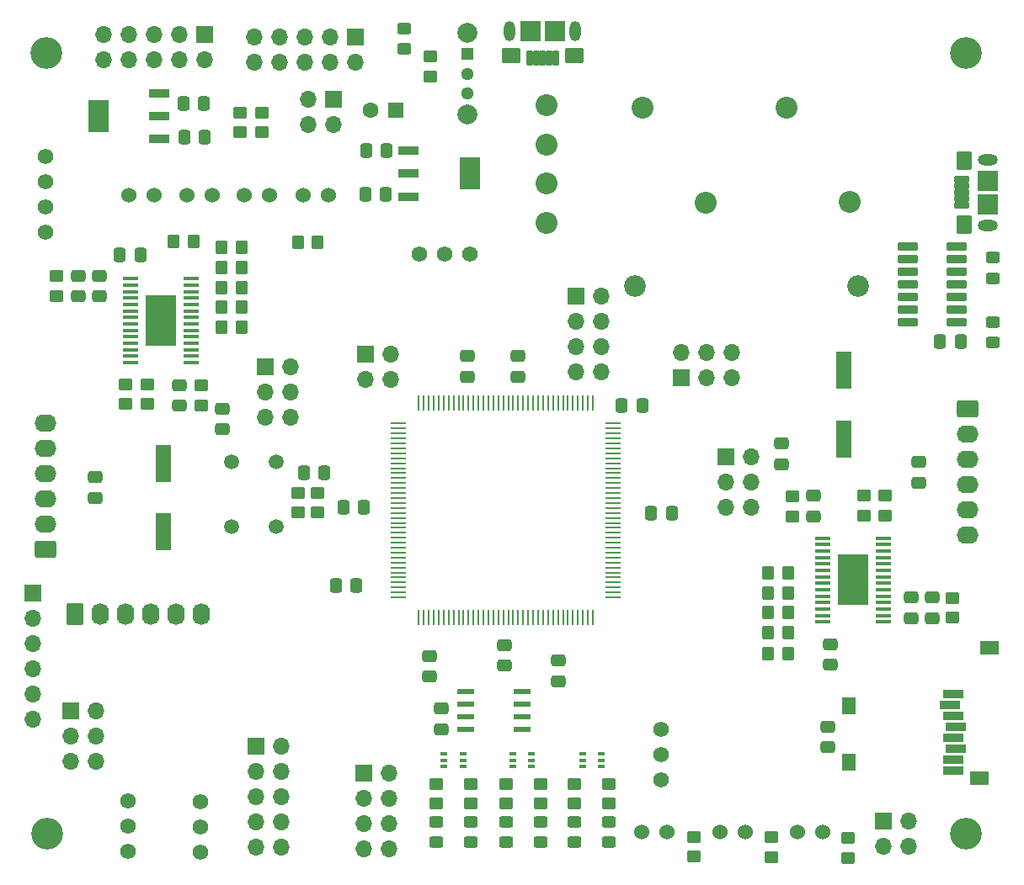
<source format=gbr>
%TF.GenerationSoftware,KiCad,Pcbnew,9.0.2*%
%TF.CreationDate,2025-06-11T14:24:19-07:00*%
%TF.ProjectId,MainBoard,4d61696e-426f-4617-9264-2e6b69636164,0.3*%
%TF.SameCoordinates,Original*%
%TF.FileFunction,Soldermask,Top*%
%TF.FilePolarity,Negative*%
%FSLAX46Y46*%
G04 Gerber Fmt 4.6, Leading zero omitted, Abs format (unit mm)*
G04 Created by KiCad (PCBNEW 9.0.2) date 2025-06-11 14:24:19*
%MOMM*%
%LPD*%
G01*
G04 APERTURE LIST*
G04 Aperture macros list*
%AMRoundRect*
0 Rectangle with rounded corners*
0 $1 Rounding radius*
0 $2 $3 $4 $5 $6 $7 $8 $9 X,Y pos of 4 corners*
0 Add a 4 corners polygon primitive as box body*
4,1,4,$2,$3,$4,$5,$6,$7,$8,$9,$2,$3,0*
0 Add four circle primitives for the rounded corners*
1,1,$1+$1,$2,$3*
1,1,$1+$1,$4,$5*
1,1,$1+$1,$6,$7*
1,1,$1+$1,$8,$9*
0 Add four rect primitives between the rounded corners*
20,1,$1+$1,$2,$3,$4,$5,0*
20,1,$1+$1,$4,$5,$6,$7,0*
20,1,$1+$1,$6,$7,$8,$9,0*
20,1,$1+$1,$8,$9,$2,$3,0*%
G04 Aperture macros list end*
%ADD10RoundRect,0.250000X0.450000X-0.325000X0.450000X0.325000X-0.450000X0.325000X-0.450000X-0.325000X0*%
%ADD11C,1.524000*%
%ADD12RoundRect,0.250000X-0.475000X0.337500X-0.475000X-0.337500X0.475000X-0.337500X0.475000X0.337500X0*%
%ADD13RoundRect,0.250000X0.450000X-0.350000X0.450000X0.350000X-0.450000X0.350000X-0.450000X-0.350000X0*%
%ADD14RoundRect,0.250000X0.337500X0.475000X-0.337500X0.475000X-0.337500X-0.475000X0.337500X-0.475000X0*%
%ADD15RoundRect,0.250000X0.475000X-0.337500X0.475000X0.337500X-0.475000X0.337500X-0.475000X-0.337500X0*%
%ADD16RoundRect,0.250000X-0.350000X-0.450000X0.350000X-0.450000X0.350000X0.450000X-0.350000X0.450000X0*%
%ADD17RoundRect,0.250000X-0.845000X0.620000X-0.845000X-0.620000X0.845000X-0.620000X0.845000X0.620000X0*%
%ADD18O,2.190000X1.740000*%
%ADD19C,1.574800*%
%ADD20C,3.200000*%
%ADD21RoundRect,0.250000X0.845000X-0.620000X0.845000X0.620000X-0.845000X0.620000X-0.845000X-0.620000X0*%
%ADD22R,1.700000X1.700000*%
%ADD23O,1.700000X1.700000*%
%ADD24R,0.650000X0.400000*%
%ADD25RoundRect,0.250000X-0.450000X0.350000X-0.450000X-0.350000X0.450000X-0.350000X0.450000X0.350000X0*%
%ADD26RoundRect,0.250000X0.350000X0.450000X-0.350000X0.450000X-0.350000X-0.450000X0.350000X-0.450000X0*%
%ADD27R,1.599999X0.449999*%
%ADD28C,0.600000*%
%ADD29R,3.099999X5.180000*%
%ADD30RoundRect,0.120600X0.936400X0.281400X-0.936400X0.281400X-0.936400X-0.281400X0.936400X-0.281400X0*%
%ADD31R,1.295400X1.295400*%
%ADD32C,1.295400*%
%ADD33C,2.000000*%
%ADD34RoundRect,0.250000X-0.450000X0.325000X-0.450000X-0.325000X0.450000X-0.325000X0.450000X0.325000X0*%
%ADD35RoundRect,0.250000X-0.620000X-0.845000X0.620000X-0.845000X0.620000X0.845000X-0.620000X0.845000X0*%
%ADD36O,1.740000X2.190000*%
%ADD37R,1.562100X0.279400*%
%ADD38R,0.279400X1.562100*%
%ADD39R,1.600200X3.810000*%
%ADD40R,2.066000X0.901600*%
%ADD41R,2.066000X3.201599*%
%ADD42R,1.663700X0.533400*%
%ADD43RoundRect,0.102000X0.675000X-0.200000X0.675000X0.200000X-0.675000X0.200000X-0.675000X-0.200000X0*%
%ADD44RoundRect,0.102000X0.700000X-0.800000X0.700000X0.800000X-0.700000X0.800000X-0.700000X-0.800000X0*%
%ADD45RoundRect,0.102000X0.950000X-0.950000X0.950000X0.950000X-0.950000X0.950000X-0.950000X-0.950000X0*%
%ADD46O,2.004000X1.104000*%
%ADD47C,1.507998*%
%ADD48C,2.209800*%
%ADD49RoundRect,0.250000X-0.337500X-0.475000X0.337500X-0.475000X0.337500X0.475000X-0.337500X0.475000X0*%
%ADD50R,1.600000X1.600000*%
%ADD51C,1.600000*%
%ADD52RoundRect,0.102000X0.200000X0.675000X-0.200000X0.675000X-0.200000X-0.675000X0.200000X-0.675000X0*%
%ADD53RoundRect,0.102000X0.800000X0.700000X-0.800000X0.700000X-0.800000X-0.700000X0.800000X-0.700000X0*%
%ADD54RoundRect,0.102000X0.950000X0.950000X-0.950000X0.950000X-0.950000X-0.950000X0.950000X-0.950000X0*%
%ADD55O,1.104000X2.004000*%
%ADD56C,2.184000*%
%ADD57R,1.397000X1.803400*%
%ADD58R,1.905000X1.397000*%
%ADD59R,2.006600X0.812800*%
G04 APERTURE END LIST*
D10*
%TO.C,D5*%
X215400000Y-165400000D03*
X215400000Y-163350000D03*
%TD*%
D11*
%TO.C,SW8*%
X189060000Y-100300000D03*
X191600000Y-100300000D03*
%TD*%
D12*
%TO.C,C10*%
X207700000Y-146662500D03*
X207700000Y-148737500D03*
%TD*%
D13*
%TO.C,R29*%
X253500000Y-132500000D03*
X253500000Y-130500000D03*
%TD*%
D14*
%TO.C,C13*%
X203337500Y-100200000D03*
X201262500Y-100200000D03*
%TD*%
%TO.C,C3*%
X200400000Y-139550000D03*
X198325000Y-139550000D03*
%TD*%
D12*
%TO.C,C36*%
X208900000Y-151925000D03*
X208900000Y-154000000D03*
%TD*%
%TO.C,C28*%
X256925000Y-127117500D03*
X256925000Y-129192500D03*
%TD*%
D15*
%TO.C,C7*%
X216600000Y-118537500D03*
X216600000Y-116462500D03*
%TD*%
D12*
%TO.C,C6*%
X211500000Y-116462500D03*
X211500000Y-118537500D03*
%TD*%
D16*
%TO.C,R33*%
X241800000Y-144300000D03*
X243800000Y-144300000D03*
%TD*%
D17*
%TO.C,U11*%
X261800000Y-121800000D03*
D18*
X261800000Y-124340000D03*
X261800000Y-126880000D03*
X261800000Y-129420000D03*
X261800000Y-131960000D03*
X261800000Y-134500000D03*
%TD*%
D19*
%TO.C,J15*%
X177450000Y-166350000D03*
X177450000Y-163810000D03*
X177450000Y-161270000D03*
%TD*%
D20*
%TO.C,H2*%
X261700000Y-86000000D03*
%TD*%
D21*
%TO.C,U12*%
X169100000Y-135890000D03*
D18*
X169100000Y-133350000D03*
X169100000Y-130810000D03*
X169100000Y-128270000D03*
X169100000Y-125730000D03*
X169100000Y-123190000D03*
%TD*%
D22*
%TO.C,J1*%
X167850000Y-140300000D03*
D23*
X167850000Y-142840000D03*
X167850000Y-145380000D03*
X167850000Y-147920000D03*
X167850000Y-150460000D03*
X167850000Y-153000000D03*
%TD*%
D12*
%TO.C,C32*%
X243100000Y-125262500D03*
X243100000Y-127337500D03*
%TD*%
D22*
%TO.C,J18*%
X253360000Y-163300000D03*
D23*
X255900000Y-163300000D03*
X253360000Y-165840000D03*
X255900000Y-165840000D03*
%TD*%
D24*
%TO.C,U6*%
X218000000Y-157800000D03*
X218000000Y-157150000D03*
X218000000Y-156500000D03*
X216100000Y-156500000D03*
X216100000Y-157150000D03*
X216100000Y-157800000D03*
%TD*%
D13*
%TO.C,R12*%
X242100128Y-166875000D03*
X242100128Y-164875000D03*
%TD*%
D19*
%TO.C,J14*%
X184673800Y-166390000D03*
X184673800Y-163850000D03*
X184673800Y-161310000D03*
%TD*%
D22*
%TO.C,J3*%
X200300000Y-84360000D03*
D23*
X200300000Y-86900000D03*
X197760000Y-84360000D03*
X197760000Y-86900000D03*
X195220000Y-84360000D03*
X195220000Y-86900000D03*
X192680000Y-84360000D03*
X192680000Y-86900000D03*
X190140000Y-84360000D03*
X190140000Y-86900000D03*
%TD*%
D12*
%TO.C,C31*%
X256131250Y-140762500D03*
X256131250Y-142837500D03*
%TD*%
D15*
%TO.C,C23*%
X174500000Y-110437500D03*
X174500000Y-108362500D03*
%TD*%
D25*
%TO.C,R28*%
X251400000Y-130500000D03*
X251400000Y-132500000D03*
%TD*%
D15*
%TO.C,C9*%
X215250000Y-147637500D03*
X215250000Y-145562500D03*
%TD*%
D26*
%TO.C,R40*%
X184000000Y-104900000D03*
X182000000Y-104900000D03*
%TD*%
D27*
%TO.C,U10*%
X177650001Y-108674999D03*
X177650001Y-109325000D03*
X177650001Y-109974999D03*
X177650001Y-110625000D03*
X177650001Y-111274998D03*
X177650001Y-111925000D03*
X177650001Y-112574998D03*
X177650001Y-113225000D03*
X177650001Y-113874998D03*
X177650001Y-114525000D03*
X177650001Y-115174998D03*
X177650001Y-115824999D03*
X177650001Y-116474998D03*
X177650001Y-117124999D03*
X183750002Y-117124999D03*
X183750002Y-116474998D03*
X183750002Y-115824999D03*
X183750002Y-115174998D03*
X183750002Y-114525000D03*
X183750002Y-113874998D03*
X183750002Y-113225000D03*
X183750002Y-112574998D03*
X183750002Y-111925000D03*
X183750002Y-111274998D03*
X183750002Y-110625000D03*
X183750002Y-109974999D03*
X183750002Y-109325000D03*
X183750002Y-108674999D03*
D28*
X179600000Y-111799999D03*
X179600000Y-112899999D03*
X179600000Y-113999999D03*
X179600000Y-115100000D03*
X179620000Y-110779999D03*
X180700000Y-110779999D03*
D29*
X180700000Y-112899999D03*
D28*
X180700000Y-115100000D03*
X180700003Y-111799999D03*
X180700003Y-112899999D03*
X180700003Y-113999999D03*
X181760000Y-110779999D03*
X181800000Y-111799999D03*
X181800000Y-112899999D03*
X181800000Y-113999999D03*
X181800000Y-115100000D03*
%TD*%
D25*
%TO.C,R5*%
X208400000Y-159500000D03*
X208400000Y-161500000D03*
%TD*%
D22*
%TO.C,J21*%
X233010000Y-118650000D03*
D23*
X233010000Y-116110000D03*
X235550000Y-118650000D03*
X235550000Y-116110000D03*
X238090000Y-118650000D03*
X238090000Y-116110000D03*
%TD*%
D10*
%TO.C,D2*%
X211900000Y-165400000D03*
X211900000Y-163350000D03*
%TD*%
D30*
%TO.C,U9*%
X260700000Y-113070000D03*
X260700000Y-111800000D03*
X260700000Y-110530000D03*
X260700000Y-109260000D03*
X260700000Y-107990000D03*
X260700000Y-106720000D03*
X260700000Y-105450000D03*
X255780000Y-105450000D03*
X255780000Y-106720000D03*
X255780000Y-107990000D03*
X255780000Y-109260000D03*
X255780000Y-110530000D03*
X255780000Y-111800000D03*
X255780000Y-113070000D03*
%TD*%
D15*
%TO.C,C8*%
X220700000Y-149168750D03*
X220700000Y-147093750D03*
%TD*%
D25*
%TO.C,R35*%
X260331250Y-140800000D03*
X260331250Y-142800000D03*
%TD*%
D26*
%TO.C,R22*%
X188850000Y-109550000D03*
X186850000Y-109550000D03*
%TD*%
D22*
%TO.C,J19*%
X237510000Y-126560000D03*
D23*
X240050000Y-126560000D03*
X237510000Y-129100000D03*
X240050000Y-129100000D03*
X237510000Y-131640000D03*
X240050000Y-131640000D03*
%TD*%
D31*
%TO.C,SW2*%
X211550000Y-86049999D03*
D32*
X211550000Y-88050000D03*
X211550000Y-90050001D03*
D33*
X211550000Y-83949999D03*
X211550000Y-92150000D03*
%TD*%
D10*
%TO.C,D3*%
X208400000Y-165400000D03*
X208400000Y-163350000D03*
%TD*%
D25*
%TO.C,R6*%
X218900000Y-159500000D03*
X218900000Y-161500000D03*
%TD*%
D27*
%TO.C,U13*%
X253349999Y-143224999D03*
X253349999Y-142574998D03*
X253349999Y-141924999D03*
X253349999Y-141274998D03*
X253349999Y-140625000D03*
X253349999Y-139974998D03*
X253349999Y-139325000D03*
X253349999Y-138674998D03*
X253349999Y-138025000D03*
X253349999Y-137374998D03*
X253349999Y-136725000D03*
X253349999Y-136074999D03*
X253349999Y-135425000D03*
X253349999Y-134774999D03*
X247249998Y-134774999D03*
X247249998Y-135425000D03*
X247249998Y-136074999D03*
X247249998Y-136725000D03*
X247249998Y-137374998D03*
X247249998Y-138025000D03*
X247249998Y-138674998D03*
X247249998Y-139325000D03*
X247249998Y-139974998D03*
X247249998Y-140625000D03*
X247249998Y-141274998D03*
X247249998Y-141924999D03*
X247249998Y-142574998D03*
X247249998Y-143224999D03*
D28*
X251400000Y-140099999D03*
X251400000Y-138999999D03*
X251400000Y-137899999D03*
X251400000Y-136799998D03*
X251380000Y-141119999D03*
X250300000Y-141119999D03*
D29*
X250300000Y-138999999D03*
D28*
X250300000Y-136799998D03*
X250299997Y-140099999D03*
X250299997Y-138999999D03*
X250299997Y-137899999D03*
X249240000Y-141119999D03*
X249200000Y-140099999D03*
X249200000Y-138999999D03*
X249200000Y-137899999D03*
X249200000Y-136799998D03*
%TD*%
D34*
%TO.C,D1*%
X205200000Y-83475000D03*
X205200000Y-85525000D03*
%TD*%
D12*
%TO.C,C29*%
X248000000Y-145462500D03*
X248000000Y-147537500D03*
%TD*%
D24*
%TO.C,U7*%
X225000000Y-157800000D03*
X225000000Y-157150000D03*
X225000000Y-156500000D03*
X223100000Y-156500000D03*
X223100000Y-157150000D03*
X223100000Y-157800000D03*
%TD*%
D16*
%TO.C,R30*%
X241800000Y-138300000D03*
X243800000Y-138300000D03*
%TD*%
D25*
%TO.C,R1*%
X194500000Y-130200000D03*
X194500000Y-132200000D03*
%TD*%
D13*
%TO.C,R25*%
X170200000Y-110400000D03*
X170200000Y-108400000D03*
%TD*%
D35*
%TO.C,J20*%
X172055000Y-142450000D03*
D36*
X174595000Y-142450000D03*
X177135000Y-142450000D03*
X179675000Y-142450000D03*
X182215000Y-142450000D03*
X184755000Y-142450000D03*
%TD*%
D22*
%TO.C,J8*%
X201160000Y-158430000D03*
D23*
X203700000Y-158430000D03*
X201160000Y-160970000D03*
X203700000Y-160970000D03*
X201160000Y-163510000D03*
X203700000Y-163510000D03*
X201160000Y-166050000D03*
X203700000Y-166050000D03*
%TD*%
D22*
%TO.C,J2*%
X185140000Y-84060000D03*
D23*
X185140000Y-86600000D03*
X182600000Y-84060000D03*
X182600000Y-86600000D03*
X180060000Y-84060000D03*
X180060000Y-86600000D03*
X177520000Y-84060000D03*
X177520000Y-86600000D03*
X174980000Y-84060000D03*
X174980000Y-86600000D03*
%TD*%
D16*
%TO.C,R32*%
X241800000Y-142300000D03*
X243800000Y-142300000D03*
%TD*%
D25*
%TO.C,R7*%
X215400000Y-159500000D03*
X215400000Y-161500000D03*
%TD*%
D19*
%TO.C,D11*%
X206720000Y-106200000D03*
X209260000Y-106200000D03*
X211800000Y-106200000D03*
%TD*%
D22*
%TO.C,J23*%
X171660000Y-152150000D03*
D23*
X174200000Y-152150000D03*
X171660000Y-154690000D03*
X174200000Y-154690000D03*
X171660000Y-157230000D03*
X174200000Y-157230000D03*
%TD*%
D34*
%TO.C,D10*%
X264400000Y-113075000D03*
X264400000Y-115125000D03*
%TD*%
D11*
%TO.C,SW6*%
X231610128Y-164351200D03*
X229070128Y-164351200D03*
%TD*%
D37*
%TO.C,U1*%
X204624050Y-123250000D03*
X204624050Y-123749999D03*
X204624050Y-124250000D03*
X204624050Y-124749999D03*
X204624050Y-125250001D03*
X204624050Y-125750000D03*
X204624050Y-126249999D03*
X204624050Y-126750000D03*
X204624050Y-127249999D03*
X204624050Y-127750001D03*
X204624050Y-128250000D03*
X204624050Y-128749999D03*
X204624050Y-129250000D03*
X204624050Y-129749999D03*
X204624050Y-130250001D03*
X204624050Y-130750000D03*
X204624050Y-131249999D03*
X204624050Y-131750000D03*
X204624050Y-132250000D03*
X204624050Y-132749998D03*
X204624050Y-133250000D03*
X204624050Y-133749999D03*
X204624050Y-134250001D03*
X204624050Y-134750000D03*
X204624050Y-135249999D03*
X204624050Y-135750000D03*
X204624050Y-136249999D03*
X204624050Y-136750001D03*
X204624050Y-137250000D03*
X204624050Y-137749999D03*
X204624050Y-138250000D03*
X204624050Y-138749999D03*
X204624050Y-139250001D03*
X204624050Y-139750000D03*
X204624050Y-140249999D03*
X204624050Y-140750000D03*
D38*
X206650000Y-142775950D03*
X207149999Y-142775950D03*
X207650000Y-142775950D03*
X208149999Y-142775950D03*
X208650001Y-142775950D03*
X209150000Y-142775950D03*
X209649999Y-142775950D03*
X210150000Y-142775950D03*
X210649999Y-142775950D03*
X211150001Y-142775950D03*
X211650000Y-142775950D03*
X212149999Y-142775950D03*
X212650000Y-142775950D03*
X213149999Y-142775950D03*
X213650001Y-142775950D03*
X214150000Y-142775950D03*
X214649999Y-142775950D03*
X215150000Y-142775950D03*
X215650000Y-142775950D03*
X216150001Y-142775950D03*
X216650000Y-142775950D03*
X217149999Y-142775950D03*
X217650001Y-142775950D03*
X218150000Y-142775950D03*
X218650001Y-142775950D03*
X219150000Y-142775950D03*
X219649999Y-142775950D03*
X220150001Y-142775950D03*
X220650000Y-142775950D03*
X221150001Y-142775950D03*
X221650000Y-142775950D03*
X222149999Y-142775950D03*
X222650001Y-142775950D03*
X223150000Y-142775950D03*
X223650001Y-142775950D03*
X224150000Y-142775950D03*
D37*
X226175950Y-140750000D03*
X226175950Y-140250001D03*
X226175950Y-139750000D03*
X226175950Y-139250001D03*
X226175950Y-138749999D03*
X226175950Y-138250000D03*
X226175950Y-137750001D03*
X226175950Y-137250000D03*
X226175950Y-136750001D03*
X226175950Y-136249999D03*
X226175950Y-135750000D03*
X226175950Y-135250001D03*
X226175950Y-134750000D03*
X226175950Y-134250001D03*
X226175950Y-133749999D03*
X226175950Y-133250000D03*
X226175950Y-132750001D03*
X226175950Y-132250000D03*
X226175950Y-131750000D03*
X226175950Y-131249999D03*
X226175950Y-130750000D03*
X226175950Y-130250001D03*
X226175950Y-129749999D03*
X226175950Y-129250000D03*
X226175950Y-128749999D03*
X226175950Y-128250000D03*
X226175950Y-127750001D03*
X226175950Y-127249999D03*
X226175950Y-126750000D03*
X226175950Y-126249999D03*
X226175950Y-125750000D03*
X226175950Y-125250001D03*
X226175950Y-124749999D03*
X226175950Y-124250000D03*
X226175950Y-123749999D03*
X226175950Y-123250000D03*
D38*
X224150000Y-121224050D03*
X223650001Y-121224050D03*
X223150000Y-121224050D03*
X222650001Y-121224050D03*
X222149999Y-121224050D03*
X221650000Y-121224050D03*
X221150001Y-121224050D03*
X220650000Y-121224050D03*
X220150001Y-121224050D03*
X219649999Y-121224050D03*
X219150000Y-121224050D03*
X218650001Y-121224050D03*
X218150000Y-121224050D03*
X217650001Y-121224050D03*
X217149999Y-121224050D03*
X216650000Y-121224050D03*
X216150001Y-121224050D03*
X215650000Y-121224050D03*
X215150000Y-121224050D03*
X214649999Y-121224050D03*
X214150000Y-121224050D03*
X213650001Y-121224050D03*
X213149999Y-121224050D03*
X212650000Y-121224050D03*
X212149999Y-121224050D03*
X211650000Y-121224050D03*
X211150001Y-121224050D03*
X210649999Y-121224050D03*
X210150000Y-121224050D03*
X209649999Y-121224050D03*
X209150000Y-121224050D03*
X208650001Y-121224050D03*
X208149999Y-121224050D03*
X207650000Y-121224050D03*
X207149999Y-121224050D03*
X206650000Y-121224050D03*
%TD*%
D16*
%TO.C,R31*%
X241800000Y-140300000D03*
X243800000Y-140300000D03*
%TD*%
D25*
%TO.C,R17*%
X184800000Y-119400000D03*
X184800000Y-121400000D03*
%TD*%
D24*
%TO.C,U5*%
X211100000Y-157800000D03*
X211100000Y-157150000D03*
X211100000Y-156500000D03*
X209200000Y-156500000D03*
X209200000Y-157150000D03*
X209200000Y-157800000D03*
%TD*%
D39*
%TO.C,C33*%
X249400000Y-124800000D03*
X249400000Y-117891200D03*
%TD*%
D26*
%TO.C,R37*%
X196500000Y-105000000D03*
X194500000Y-105000000D03*
%TD*%
D40*
%TO.C,U2*%
X205624200Y-95800000D03*
X205624200Y-98100000D03*
X205624200Y-100400000D03*
D41*
X211775800Y-98100000D03*
%TD*%
D42*
%TO.C,U15*%
X217025750Y-154005000D03*
X217025750Y-152735000D03*
X217025750Y-151465000D03*
X217025750Y-150195000D03*
X211374250Y-150195000D03*
X211374250Y-151465000D03*
X211374250Y-152735000D03*
X211374250Y-154005000D03*
%TD*%
D43*
%TO.C,J9*%
X261225000Y-101300000D03*
X261225000Y-100650000D03*
X261225000Y-100000000D03*
X261225000Y-99350000D03*
X261225000Y-98700000D03*
D44*
X261450000Y-103200000D03*
X261450000Y-96800000D03*
D45*
X263900000Y-98800000D03*
X263900000Y-101200000D03*
D46*
X263900000Y-103300000D03*
X263900000Y-96700000D03*
%TD*%
D14*
%TO.C,C4*%
X201137500Y-131650000D03*
X199062500Y-131650000D03*
%TD*%
D13*
%TO.C,R39*%
X188650000Y-93950000D03*
X188650000Y-91950000D03*
%TD*%
%TO.C,R13*%
X249840128Y-166975000D03*
X249840128Y-164975000D03*
%TD*%
%TO.C,R38*%
X190900000Y-93950000D03*
X190900000Y-91950000D03*
%TD*%
D15*
%TO.C,C22*%
X172400000Y-110437500D03*
X172400000Y-108362500D03*
%TD*%
D10*
%TO.C,D4*%
X218900000Y-165400000D03*
X218900000Y-163350000D03*
%TD*%
D11*
%TO.C,SW10*%
X177510000Y-100300000D03*
X180050000Y-100300000D03*
%TD*%
%TO.C,SW4*%
X239490128Y-164375000D03*
X236950128Y-164375000D03*
%TD*%
%TO.C,SW5*%
X247230128Y-164375000D03*
X244690128Y-164375000D03*
%TD*%
D22*
%TO.C,J25*%
X201250000Y-116275000D03*
D23*
X203790000Y-116275000D03*
X201250000Y-118815000D03*
X203790000Y-118815000D03*
%TD*%
D13*
%TO.C,R14*%
X234310128Y-166851200D03*
X234310128Y-164851200D03*
%TD*%
D12*
%TO.C,C20*%
X182600000Y-119362500D03*
X182600000Y-121437500D03*
%TD*%
D47*
%TO.C,SW1*%
X192300001Y-127099998D03*
X192300001Y-133600000D03*
X187800000Y-127099998D03*
X187800000Y-133600000D03*
%TD*%
D22*
%TO.C,J26*%
X222460000Y-110400000D03*
D23*
X225000000Y-110400000D03*
X222460000Y-112940000D03*
X225000000Y-112940000D03*
X222460000Y-115480000D03*
X225000000Y-115480000D03*
X222460000Y-118020000D03*
X225000000Y-118020000D03*
%TD*%
D13*
%TO.C,R3*%
X207800000Y-88300000D03*
X207800000Y-86300000D03*
%TD*%
D15*
%TO.C,C24*%
X186900000Y-123837500D03*
X186900000Y-121762500D03*
%TD*%
D26*
%TO.C,R20*%
X188850000Y-113550000D03*
X186850000Y-113550000D03*
%TD*%
D14*
%TO.C,C5*%
X229137500Y-121400000D03*
X227062500Y-121400000D03*
%TD*%
D13*
%TO.C,R27*%
X244200000Y-132600000D03*
X244200000Y-130600000D03*
%TD*%
D48*
%TO.C,SW3*%
X219500000Y-103087200D03*
X219500000Y-99124800D03*
X219500000Y-95162400D03*
X219500000Y-91200000D03*
%TD*%
D13*
%TO.C,R18*%
X179400000Y-121300000D03*
X179400000Y-119300000D03*
%TD*%
D10*
%TO.C,D6*%
X225800000Y-165400000D03*
X225800000Y-163350000D03*
%TD*%
D49*
%TO.C,C1*%
X195108963Y-128200000D03*
X197183963Y-128200000D03*
%TD*%
D50*
%TO.C,C15*%
X204305113Y-91700000D03*
D51*
X201805113Y-91700000D03*
%TD*%
D49*
%TO.C,C14*%
X182962500Y-91000000D03*
X185037500Y-91000000D03*
%TD*%
D10*
%TO.C,D7*%
X222300000Y-165400000D03*
X222300000Y-163350000D03*
%TD*%
D25*
%TO.C,R4*%
X211900000Y-159500000D03*
X211900000Y-161500000D03*
%TD*%
D15*
%TO.C,C30*%
X258231250Y-142837500D03*
X258231250Y-140762500D03*
%TD*%
D13*
%TO.C,R2*%
X196500000Y-132200000D03*
X196500000Y-130200000D03*
%TD*%
D52*
%TO.C,J4*%
X220400000Y-86475000D03*
X219750000Y-86475000D03*
X219100000Y-86475000D03*
X218450000Y-86475000D03*
X217800000Y-86475000D03*
D53*
X222300000Y-86250000D03*
X215900000Y-86250000D03*
D54*
X217900000Y-83800000D03*
X220300000Y-83800000D03*
D55*
X222400000Y-83800000D03*
X215800000Y-83800000D03*
%TD*%
D40*
%TO.C,U3*%
X180575800Y-94628500D03*
X180575800Y-92328500D03*
X180575800Y-90028500D03*
D41*
X174424200Y-92328500D03*
%TD*%
D49*
%TO.C,C12*%
X183062500Y-94400000D03*
X185137500Y-94400000D03*
%TD*%
D56*
%TO.C,F1*%
X228350000Y-109400000D03*
X250850000Y-109400000D03*
%TD*%
D16*
%TO.C,R34*%
X241800000Y-146400000D03*
X243800000Y-146400000D03*
%TD*%
D25*
%TO.C,R8*%
X225800000Y-159500000D03*
X225800000Y-161500000D03*
%TD*%
D19*
%TO.C,J13*%
X230973800Y-159140000D03*
X230973800Y-156600000D03*
X230973800Y-154060000D03*
%TD*%
D11*
%TO.C,SW9*%
X183310000Y-100300000D03*
X185850000Y-100300000D03*
%TD*%
D15*
%TO.C,C35*%
X247800000Y-155837500D03*
X247800000Y-153762500D03*
%TD*%
D14*
%TO.C,C19*%
X261137500Y-115000000D03*
X259062500Y-115000000D03*
%TD*%
D48*
%TO.C,J6*%
X235500000Y-101000000D03*
X229150000Y-91500001D03*
%TD*%
D11*
%TO.C,SW7*%
X195000000Y-100300000D03*
X197540000Y-100300000D03*
%TD*%
D15*
%TO.C,C27*%
X174150000Y-130707500D03*
X174150000Y-128632500D03*
%TD*%
D14*
%TO.C,C21*%
X178675000Y-106300000D03*
X176600000Y-106300000D03*
%TD*%
D10*
%TO.C,D9*%
X264400000Y-108625000D03*
X264400000Y-106575000D03*
%TD*%
D26*
%TO.C,R23*%
X188850000Y-107550000D03*
X186850000Y-107550000D03*
%TD*%
D19*
%TO.C,J24*%
X169100000Y-104000000D03*
X169100000Y-101460000D03*
X169100000Y-98920000D03*
X169100000Y-96380000D03*
%TD*%
D14*
%TO.C,C2*%
X232087500Y-132250000D03*
X230012500Y-132250000D03*
%TD*%
D26*
%TO.C,R24*%
X188850000Y-105550000D03*
X186850000Y-105550000D03*
%TD*%
D25*
%TO.C,R9*%
X222300000Y-159500000D03*
X222300000Y-161500000D03*
%TD*%
D26*
%TO.C,R21*%
X188850000Y-111550000D03*
X186850000Y-111550000D03*
%TD*%
D25*
%TO.C,R19*%
X177200000Y-119300000D03*
X177200000Y-121300000D03*
%TD*%
D22*
%TO.C,J7*%
X190250000Y-155740000D03*
D23*
X192790000Y-155740000D03*
X190250000Y-158280000D03*
X192790000Y-158280000D03*
X190250000Y-160820000D03*
X192790000Y-160820000D03*
X190250000Y-163360000D03*
X192790000Y-163360000D03*
X190250000Y-165900000D03*
X192790000Y-165900000D03*
%TD*%
D20*
%TO.C,H4*%
X261700000Y-164500000D03*
%TD*%
D39*
%TO.C,C25*%
X181000000Y-127240900D03*
X181000000Y-134149700D03*
%TD*%
D57*
%TO.C,J17*%
X249878399Y-157350000D03*
X249878399Y-151649999D03*
D58*
X263028401Y-158950000D03*
X264028401Y-145799998D03*
D59*
X260428401Y-150459999D03*
X260028402Y-151560073D03*
X260428401Y-152659999D03*
X260628401Y-153760000D03*
X260428401Y-154860000D03*
X260628401Y-155960000D03*
X260428401Y-157060001D03*
X260428401Y-158160001D03*
%TD*%
D20*
%TO.C,H1*%
X169200000Y-86000000D03*
%TD*%
D14*
%TO.C,C11*%
X203437500Y-95800000D03*
X201362500Y-95800000D03*
%TD*%
D22*
%TO.C,J16*%
X191210000Y-117510000D03*
D23*
X193750000Y-117510000D03*
X191210000Y-120050000D03*
X193750000Y-120050000D03*
X191210000Y-122590000D03*
X193750000Y-122590000D03*
%TD*%
D20*
%TO.C,H3*%
X169300000Y-164500000D03*
%TD*%
D15*
%TO.C,C26*%
X246300000Y-132600000D03*
X246300000Y-130525000D03*
%TD*%
D48*
%TO.C,J5*%
X250000000Y-100959999D03*
X243650000Y-91460000D03*
%TD*%
D22*
%TO.C,J22*%
X198050000Y-90650000D03*
D23*
X198050000Y-93190000D03*
X195510000Y-90650000D03*
X195510000Y-93190000D03*
%TD*%
M02*

</source>
